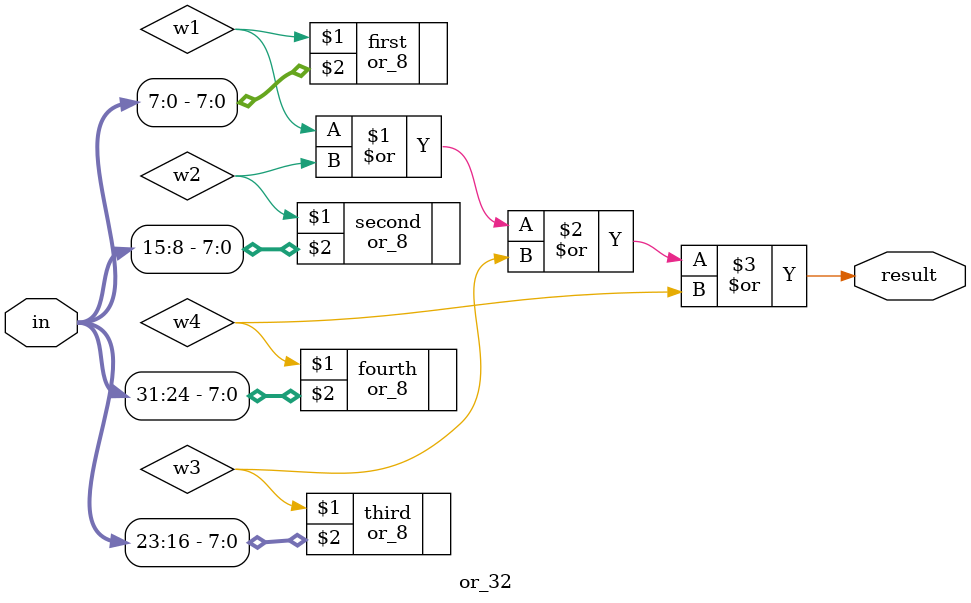
<source format=v>
module or_32(result, in);
	input[31:0] in;
	output result;
	wire w1, w2, w3, w4;

	or_8 first(w1, in[7:0]);
	or_8 second(w2, in[15:8]);
	or_8 third(w3, in[23:16]);
	or_8 fourth(w4, in[31:24]);
	or(result, w1, w2, w3, w4);
endmodule
</source>
